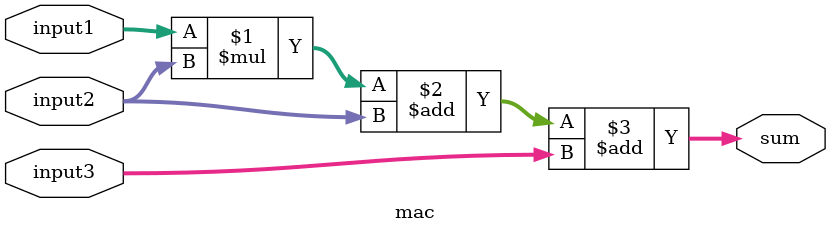
<source format=v>
`timescale 1ns / 1ps


module mac(
    input [31:0] input1,
    input [31:0] input2,
    input [31:0] input3,
    output [31:0] sum
    );
    assign sum = input1 * input2 +input2 +input3;
endmodule

</source>
